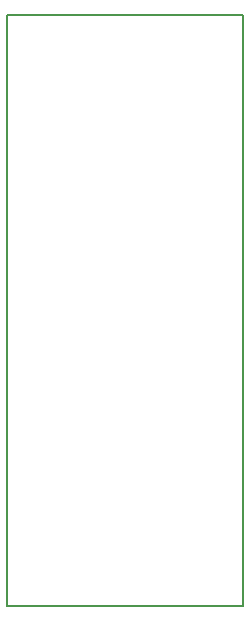
<source format=gbr>
G04 #@! TF.FileFunction,Profile,NP*
%FSLAX46Y46*%
G04 Gerber Fmt 4.6, Leading zero omitted, Abs format (unit mm)*
G04 Created by KiCad (PCBNEW 4.0.7) date 12/21/18 01:01:40*
%MOMM*%
%LPD*%
G01*
G04 APERTURE LIST*
%ADD10C,0.100000*%
%ADD11C,0.200000*%
G04 APERTURE END LIST*
D10*
D11*
X99619200Y-160160000D02*
X119619200Y-160160000D01*
X119619200Y-110160000D02*
X119619200Y-160160000D01*
X99619200Y-110160000D02*
X119619200Y-110160000D01*
X99619200Y-110160000D02*
X99619200Y-160160000D01*
M02*

</source>
